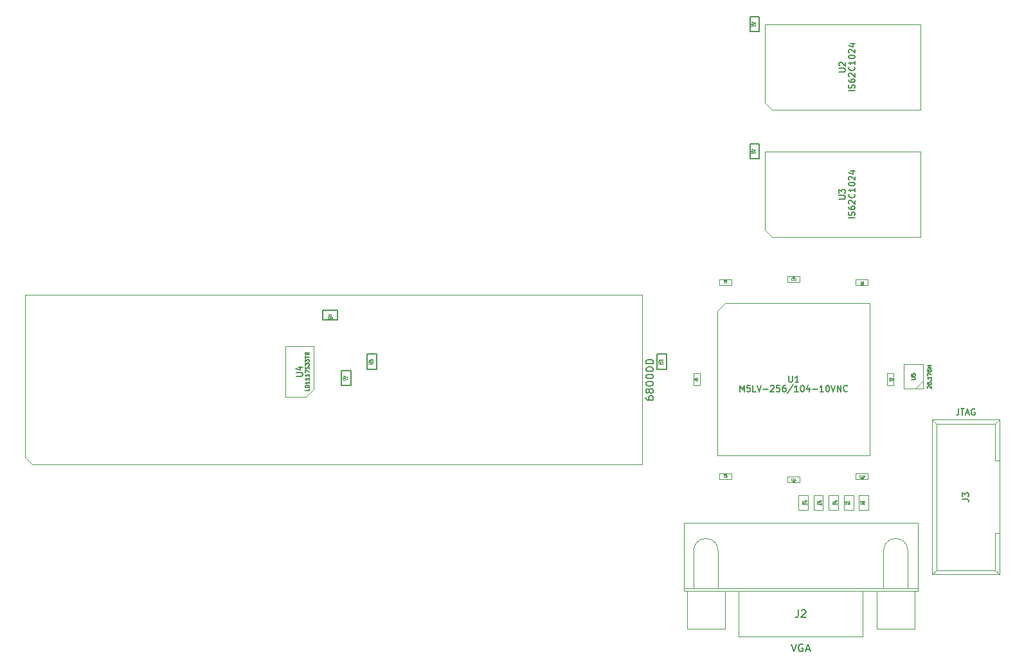
<source format=gbr>
G04 #@! TF.GenerationSoftware,KiCad,Pcbnew,(5.1.5-0-10_14)*
G04 #@! TF.CreationDate,2020-07-11T23:44:54-04:00*
G04 #@! TF.ProjectId,MacPlusVGA,4d616350-6c75-4735-9647-412e6b696361,rev?*
G04 #@! TF.SameCoordinates,Original*
G04 #@! TF.FileFunction,Other,Fab,Top*
%FSLAX46Y46*%
G04 Gerber Fmt 4.6, Leading zero omitted, Abs format (unit mm)*
G04 Created by KiCad (PCBNEW (5.1.5-0-10_14)) date 2020-07-11 23:44:54*
%MOMM*%
%LPD*%
G04 APERTURE LIST*
%ADD10C,0.100000*%
%ADD11C,0.150000*%
%ADD12C,0.203200*%
%ADD13C,0.063500*%
%ADD14C,0.031750*%
%ADD15C,0.127000*%
G04 APERTURE END LIST*
D10*
X183538500Y-80074500D02*
X182538500Y-79074500D01*
X203033500Y-80074500D02*
X183538500Y-80074500D01*
X203033500Y-68769500D02*
X203033500Y-80074500D01*
X182538500Y-68769500D02*
X203033500Y-68769500D01*
X182538500Y-79074500D02*
X182538500Y-68769500D01*
X183538500Y-96838500D02*
X182538500Y-95838500D01*
X203033500Y-96838500D02*
X183538500Y-96838500D01*
X203033500Y-85533500D02*
X203033500Y-96838500D01*
X182538500Y-85533500D02*
X203033500Y-85533500D01*
X182538500Y-95838500D02*
X182538500Y-85533500D01*
X86090000Y-126808500D02*
X85090000Y-125808500D01*
X166370000Y-126808500D02*
X86090000Y-126808500D01*
X166370000Y-104458500D02*
X166370000Y-126808500D01*
X85090000Y-104458500D02*
X166370000Y-104458500D01*
X85090000Y-125808500D02*
X85090000Y-104458500D01*
D11*
X168375000Y-114250000D02*
X168375000Y-112250000D01*
X169625000Y-114250000D02*
X168375000Y-114250000D01*
X169625000Y-112250000D02*
X169625000Y-114250000D01*
X168375000Y-112250000D02*
X169625000Y-112250000D01*
X130175000Y-114250000D02*
X130175000Y-112250000D01*
X131425000Y-114250000D02*
X130175000Y-114250000D01*
X131425000Y-112250000D02*
X131425000Y-114250000D01*
X130175000Y-112250000D02*
X131425000Y-112250000D01*
D10*
X201400000Y-143090000D02*
X201400000Y-138150000D01*
X198200000Y-143090000D02*
X198200000Y-138150000D01*
X176400000Y-143090000D02*
X176400000Y-138150000D01*
X173200000Y-143090000D02*
X173200000Y-138150000D01*
X202300000Y-143490000D02*
X197300000Y-143490000D01*
X202300000Y-148490000D02*
X202300000Y-143490000D01*
X197300000Y-148490000D02*
X202300000Y-148490000D01*
X197300000Y-143490000D02*
X197300000Y-148490000D01*
X177300000Y-143490000D02*
X172300000Y-143490000D01*
X177300000Y-148490000D02*
X177300000Y-143490000D01*
X172300000Y-148490000D02*
X177300000Y-148490000D01*
X172300000Y-143490000D02*
X172300000Y-148490000D01*
X195450000Y-143490000D02*
X179150000Y-143490000D01*
X195450000Y-149490000D02*
X195450000Y-143490000D01*
X179150000Y-149490000D02*
X195450000Y-149490000D01*
X179150000Y-143490000D02*
X179150000Y-149490000D01*
X202725000Y-143090000D02*
X171875000Y-143090000D01*
X202725000Y-143490000D02*
X202725000Y-143090000D01*
X171875000Y-143490000D02*
X202725000Y-143490000D01*
X171875000Y-143090000D02*
X171875000Y-143490000D01*
X202725000Y-134490000D02*
X171875000Y-134490000D01*
X202725000Y-143090000D02*
X202725000Y-134490000D01*
X171875000Y-143090000D02*
X202725000Y-143090000D01*
X171875000Y-134490000D02*
X171875000Y-143090000D01*
X201400000Y-138150000D02*
G75*
G03X198200000Y-138150000I-1600000J0D01*
G01*
X176400000Y-138150000D02*
G75*
G03X173200000Y-138150000I-1600000J0D01*
G01*
X212917000Y-140704000D02*
X212917000Y-135854000D01*
X213467000Y-120884000D02*
X212917000Y-121444000D01*
X205167000Y-140704000D02*
X212917000Y-140704000D01*
X204617000Y-120884000D02*
X213467000Y-120884000D01*
X204617000Y-120884000D02*
X205167000Y-121444000D01*
X213467000Y-141244000D02*
X212917000Y-140704000D01*
X205167000Y-121444000D02*
X212917000Y-121444000D01*
X204617000Y-141244000D02*
X205167000Y-140704000D01*
X204617000Y-141244000D02*
X204617000Y-120884000D01*
X212917000Y-126274000D02*
X212917000Y-121444000D01*
X212917000Y-135854000D02*
X213467000Y-135854000D01*
X212917000Y-126274000D02*
X213467000Y-126274000D01*
X204617000Y-141244000D02*
X213467000Y-141244000D01*
X213467000Y-141244000D02*
X213467000Y-120884000D01*
X205167000Y-140704000D02*
X205167000Y-121444000D01*
D11*
X180604000Y-69731500D02*
X180604000Y-67731500D01*
X181854000Y-69731500D02*
X180604000Y-69731500D01*
X181854000Y-67731500D02*
X181854000Y-69731500D01*
X180604000Y-67731500D02*
X181854000Y-67731500D01*
D10*
X196150000Y-103150000D02*
X194550000Y-103150000D01*
X196150000Y-102350000D02*
X196150000Y-103150000D01*
X194550000Y-102350000D02*
X196150000Y-102350000D01*
X194550000Y-103150000D02*
X194550000Y-102350000D01*
D11*
X180604000Y-86495500D02*
X180604000Y-84495500D01*
X181854000Y-86495500D02*
X180604000Y-86495500D01*
X181854000Y-84495500D02*
X181854000Y-86495500D01*
X180604000Y-84495500D02*
X181854000Y-84495500D01*
D10*
X176550000Y-127950000D02*
X178150000Y-127950000D01*
X176550000Y-128750000D02*
X176550000Y-127950000D01*
X178150000Y-128750000D02*
X176550000Y-128750000D01*
X178150000Y-127950000D02*
X178150000Y-128750000D01*
X176550000Y-102350000D02*
X178150000Y-102350000D01*
X176550000Y-103150000D02*
X176550000Y-102350000D01*
X178150000Y-103150000D02*
X176550000Y-103150000D01*
X178150000Y-102350000D02*
X178150000Y-103150000D01*
X173200000Y-116350000D02*
X173200000Y-114750000D01*
X174000000Y-116350000D02*
X173200000Y-116350000D01*
X174000000Y-114750000D02*
X174000000Y-116350000D01*
X173200000Y-114750000D02*
X174000000Y-114750000D01*
D11*
X126310000Y-107686000D02*
X124310000Y-107686000D01*
X126310000Y-106436000D02*
X126310000Y-107686000D01*
X124310000Y-106436000D02*
X126310000Y-106436000D01*
X124310000Y-107686000D02*
X124310000Y-106436000D01*
X126825000Y-116400000D02*
X126825000Y-114400000D01*
X128075000Y-116400000D02*
X126825000Y-116400000D01*
X128075000Y-114400000D02*
X128075000Y-116400000D01*
X126825000Y-114400000D02*
X128075000Y-114400000D01*
D10*
X199500000Y-114750000D02*
X199500000Y-116350000D01*
X198700000Y-114750000D02*
X199500000Y-114750000D01*
X198700000Y-116350000D02*
X198700000Y-114750000D01*
X199500000Y-116350000D02*
X198700000Y-116350000D01*
X196150000Y-128750000D02*
X194550000Y-128750000D01*
X196150000Y-127950000D02*
X196150000Y-128750000D01*
X194550000Y-127950000D02*
X196150000Y-127950000D01*
X194550000Y-128750000D02*
X194550000Y-127950000D01*
X187150000Y-129150000D02*
X185550000Y-129150000D01*
X187150000Y-128350000D02*
X187150000Y-129150000D01*
X185550000Y-128350000D02*
X187150000Y-128350000D01*
X185550000Y-129150000D02*
X185550000Y-128350000D01*
X185550000Y-101950000D02*
X187150000Y-101950000D01*
X185550000Y-102750000D02*
X185550000Y-101950000D01*
X187150000Y-102750000D02*
X185550000Y-102750000D01*
X187150000Y-101950000D02*
X187150000Y-102750000D01*
X176350000Y-106550000D02*
X177350000Y-105550000D01*
X176350000Y-125550000D02*
X176350000Y-106550000D01*
X196350000Y-125550000D02*
X176350000Y-125550000D01*
X196350000Y-105550000D02*
X196350000Y-125550000D01*
X177350000Y-105550000D02*
X196350000Y-105550000D01*
X192225000Y-130800000D02*
X192225000Y-132800000D01*
X190975000Y-130800000D02*
X192225000Y-130800000D01*
X190975000Y-132800000D02*
X190975000Y-130800000D01*
X192225000Y-132800000D02*
X190975000Y-132800000D01*
X190225000Y-130800000D02*
X190225000Y-132800000D01*
X188975000Y-130800000D02*
X190225000Y-130800000D01*
X188975000Y-132800000D02*
X188975000Y-130800000D01*
X190225000Y-132800000D02*
X188975000Y-132800000D01*
X188225000Y-130800000D02*
X188225000Y-132800000D01*
X186975000Y-130800000D02*
X188225000Y-130800000D01*
X186975000Y-132800000D02*
X186975000Y-130800000D01*
X188225000Y-132800000D02*
X186975000Y-132800000D01*
X192975000Y-132800000D02*
X192975000Y-130800000D01*
X194225000Y-132800000D02*
X192975000Y-132800000D01*
X194225000Y-130800000D02*
X194225000Y-132800000D01*
X192975000Y-130800000D02*
X194225000Y-130800000D01*
X194975000Y-132800000D02*
X194975000Y-130800000D01*
X196225000Y-132800000D02*
X194975000Y-132800000D01*
X196225000Y-130800000D02*
X196225000Y-132800000D01*
X194975000Y-130800000D02*
X196225000Y-130800000D01*
X202400000Y-116800000D02*
X203400000Y-115800000D01*
X200900000Y-113600000D02*
X200900000Y-116800000D01*
X203400000Y-113600000D02*
X200900000Y-113600000D01*
X203400000Y-116800000D02*
X203400000Y-113600000D01*
X200900000Y-116800000D02*
X203400000Y-116800000D01*
X123150000Y-116900000D02*
X122150000Y-117900000D01*
X123150000Y-116900000D02*
X123150000Y-111200000D01*
X122150000Y-117900000D02*
X119450000Y-117900000D01*
X123150000Y-111200000D02*
X119450000Y-111200000D01*
X119450000Y-117900000D02*
X119450000Y-111200000D01*
D12*
X192340895Y-75041276D02*
X192998876Y-75041276D01*
X193076285Y-75002571D01*
X193114990Y-74963866D01*
X193153695Y-74886457D01*
X193153695Y-74731638D01*
X193114990Y-74654228D01*
X193076285Y-74615523D01*
X192998876Y-74576819D01*
X192340895Y-74576819D01*
X192418304Y-74228476D02*
X192379600Y-74189771D01*
X192340895Y-74112361D01*
X192340895Y-73918838D01*
X192379600Y-73841428D01*
X192418304Y-73802723D01*
X192495714Y-73764019D01*
X192573123Y-73764019D01*
X192689238Y-73802723D01*
X193153695Y-74267180D01*
X193153695Y-73764019D01*
X194423695Y-77537733D02*
X193610895Y-77537733D01*
X194384990Y-77189390D02*
X194423695Y-77073276D01*
X194423695Y-76879752D01*
X194384990Y-76802342D01*
X194346285Y-76763638D01*
X194268876Y-76724933D01*
X194191466Y-76724933D01*
X194114057Y-76763638D01*
X194075352Y-76802342D01*
X194036647Y-76879752D01*
X193997942Y-77034571D01*
X193959238Y-77111980D01*
X193920533Y-77150685D01*
X193843123Y-77189390D01*
X193765714Y-77189390D01*
X193688304Y-77150685D01*
X193649600Y-77111980D01*
X193610895Y-77034571D01*
X193610895Y-76841047D01*
X193649600Y-76724933D01*
X193610895Y-76028247D02*
X193610895Y-76183066D01*
X193649600Y-76260476D01*
X193688304Y-76299180D01*
X193804419Y-76376590D01*
X193959238Y-76415295D01*
X194268876Y-76415295D01*
X194346285Y-76376590D01*
X194384990Y-76337885D01*
X194423695Y-76260476D01*
X194423695Y-76105657D01*
X194384990Y-76028247D01*
X194346285Y-75989542D01*
X194268876Y-75950838D01*
X194075352Y-75950838D01*
X193997942Y-75989542D01*
X193959238Y-76028247D01*
X193920533Y-76105657D01*
X193920533Y-76260476D01*
X193959238Y-76337885D01*
X193997942Y-76376590D01*
X194075352Y-76415295D01*
X193688304Y-75641200D02*
X193649600Y-75602495D01*
X193610895Y-75525085D01*
X193610895Y-75331561D01*
X193649600Y-75254152D01*
X193688304Y-75215447D01*
X193765714Y-75176742D01*
X193843123Y-75176742D01*
X193959238Y-75215447D01*
X194423695Y-75679904D01*
X194423695Y-75176742D01*
X194346285Y-74363942D02*
X194384990Y-74402647D01*
X194423695Y-74518761D01*
X194423695Y-74596171D01*
X194384990Y-74712285D01*
X194307580Y-74789695D01*
X194230171Y-74828400D01*
X194075352Y-74867104D01*
X193959238Y-74867104D01*
X193804419Y-74828400D01*
X193727009Y-74789695D01*
X193649600Y-74712285D01*
X193610895Y-74596171D01*
X193610895Y-74518761D01*
X193649600Y-74402647D01*
X193688304Y-74363942D01*
X194423695Y-73589847D02*
X194423695Y-74054304D01*
X194423695Y-73822076D02*
X193610895Y-73822076D01*
X193727009Y-73899485D01*
X193804419Y-73976895D01*
X193843123Y-74054304D01*
X193610895Y-73086685D02*
X193610895Y-73009276D01*
X193649600Y-72931866D01*
X193688304Y-72893161D01*
X193765714Y-72854457D01*
X193920533Y-72815752D01*
X194114057Y-72815752D01*
X194268876Y-72854457D01*
X194346285Y-72893161D01*
X194384990Y-72931866D01*
X194423695Y-73009276D01*
X194423695Y-73086685D01*
X194384990Y-73164095D01*
X194346285Y-73202800D01*
X194268876Y-73241504D01*
X194114057Y-73280209D01*
X193920533Y-73280209D01*
X193765714Y-73241504D01*
X193688304Y-73202800D01*
X193649600Y-73164095D01*
X193610895Y-73086685D01*
X193688304Y-72506114D02*
X193649600Y-72467409D01*
X193610895Y-72390000D01*
X193610895Y-72196476D01*
X193649600Y-72119066D01*
X193688304Y-72080361D01*
X193765714Y-72041657D01*
X193843123Y-72041657D01*
X193959238Y-72080361D01*
X194423695Y-72544819D01*
X194423695Y-72041657D01*
X193881828Y-71344971D02*
X194423695Y-71344971D01*
X193572190Y-71538495D02*
X194152761Y-71732019D01*
X194152761Y-71228857D01*
X192340895Y-91805276D02*
X192998876Y-91805276D01*
X193076285Y-91766571D01*
X193114990Y-91727866D01*
X193153695Y-91650457D01*
X193153695Y-91495638D01*
X193114990Y-91418228D01*
X193076285Y-91379523D01*
X192998876Y-91340819D01*
X192340895Y-91340819D01*
X192340895Y-91031180D02*
X192340895Y-90528019D01*
X192650533Y-90798952D01*
X192650533Y-90682838D01*
X192689238Y-90605428D01*
X192727942Y-90566723D01*
X192805352Y-90528019D01*
X192998876Y-90528019D01*
X193076285Y-90566723D01*
X193114990Y-90605428D01*
X193153695Y-90682838D01*
X193153695Y-90915066D01*
X193114990Y-90992476D01*
X193076285Y-91031180D01*
X194423695Y-94301733D02*
X193610895Y-94301733D01*
X194384990Y-93953390D02*
X194423695Y-93837276D01*
X194423695Y-93643752D01*
X194384990Y-93566342D01*
X194346285Y-93527638D01*
X194268876Y-93488933D01*
X194191466Y-93488933D01*
X194114057Y-93527638D01*
X194075352Y-93566342D01*
X194036647Y-93643752D01*
X193997942Y-93798571D01*
X193959238Y-93875980D01*
X193920533Y-93914685D01*
X193843123Y-93953390D01*
X193765714Y-93953390D01*
X193688304Y-93914685D01*
X193649600Y-93875980D01*
X193610895Y-93798571D01*
X193610895Y-93605047D01*
X193649600Y-93488933D01*
X193610895Y-92792247D02*
X193610895Y-92947066D01*
X193649600Y-93024476D01*
X193688304Y-93063180D01*
X193804419Y-93140590D01*
X193959238Y-93179295D01*
X194268876Y-93179295D01*
X194346285Y-93140590D01*
X194384990Y-93101885D01*
X194423695Y-93024476D01*
X194423695Y-92869657D01*
X194384990Y-92792247D01*
X194346285Y-92753542D01*
X194268876Y-92714838D01*
X194075352Y-92714838D01*
X193997942Y-92753542D01*
X193959238Y-92792247D01*
X193920533Y-92869657D01*
X193920533Y-93024476D01*
X193959238Y-93101885D01*
X193997942Y-93140590D01*
X194075352Y-93179295D01*
X193688304Y-92405200D02*
X193649600Y-92366495D01*
X193610895Y-92289085D01*
X193610895Y-92095561D01*
X193649600Y-92018152D01*
X193688304Y-91979447D01*
X193765714Y-91940742D01*
X193843123Y-91940742D01*
X193959238Y-91979447D01*
X194423695Y-92443904D01*
X194423695Y-91940742D01*
X194346285Y-91127942D02*
X194384990Y-91166647D01*
X194423695Y-91282761D01*
X194423695Y-91360171D01*
X194384990Y-91476285D01*
X194307580Y-91553695D01*
X194230171Y-91592400D01*
X194075352Y-91631104D01*
X193959238Y-91631104D01*
X193804419Y-91592400D01*
X193727009Y-91553695D01*
X193649600Y-91476285D01*
X193610895Y-91360171D01*
X193610895Y-91282761D01*
X193649600Y-91166647D01*
X193688304Y-91127942D01*
X194423695Y-90353847D02*
X194423695Y-90818304D01*
X194423695Y-90586076D02*
X193610895Y-90586076D01*
X193727009Y-90663485D01*
X193804419Y-90740895D01*
X193843123Y-90818304D01*
X193610895Y-89850685D02*
X193610895Y-89773276D01*
X193649600Y-89695866D01*
X193688304Y-89657161D01*
X193765714Y-89618457D01*
X193920533Y-89579752D01*
X194114057Y-89579752D01*
X194268876Y-89618457D01*
X194346285Y-89657161D01*
X194384990Y-89695866D01*
X194423695Y-89773276D01*
X194423695Y-89850685D01*
X194384990Y-89928095D01*
X194346285Y-89966800D01*
X194268876Y-90005504D01*
X194114057Y-90044209D01*
X193920533Y-90044209D01*
X193765714Y-90005504D01*
X193688304Y-89966800D01*
X193649600Y-89928095D01*
X193610895Y-89850685D01*
X193688304Y-89270114D02*
X193649600Y-89231409D01*
X193610895Y-89154000D01*
X193610895Y-88960476D01*
X193649600Y-88883066D01*
X193688304Y-88844361D01*
X193765714Y-88805657D01*
X193843123Y-88805657D01*
X193959238Y-88844361D01*
X194423695Y-89308819D01*
X194423695Y-88805657D01*
X193881828Y-88108971D02*
X194423695Y-88108971D01*
X193572190Y-88302495D02*
X194152761Y-88496019D01*
X194152761Y-87992857D01*
D11*
X166882380Y-117847785D02*
X166882380Y-118038261D01*
X166930000Y-118133500D01*
X166977619Y-118181119D01*
X167120476Y-118276357D01*
X167310952Y-118323976D01*
X167691904Y-118323976D01*
X167787142Y-118276357D01*
X167834761Y-118228738D01*
X167882380Y-118133500D01*
X167882380Y-117943023D01*
X167834761Y-117847785D01*
X167787142Y-117800166D01*
X167691904Y-117752547D01*
X167453809Y-117752547D01*
X167358571Y-117800166D01*
X167310952Y-117847785D01*
X167263333Y-117943023D01*
X167263333Y-118133500D01*
X167310952Y-118228738D01*
X167358571Y-118276357D01*
X167453809Y-118323976D01*
X167310952Y-117181119D02*
X167263333Y-117276357D01*
X167215714Y-117323976D01*
X167120476Y-117371595D01*
X167072857Y-117371595D01*
X166977619Y-117323976D01*
X166930000Y-117276357D01*
X166882380Y-117181119D01*
X166882380Y-116990642D01*
X166930000Y-116895404D01*
X166977619Y-116847785D01*
X167072857Y-116800166D01*
X167120476Y-116800166D01*
X167215714Y-116847785D01*
X167263333Y-116895404D01*
X167310952Y-116990642D01*
X167310952Y-117181119D01*
X167358571Y-117276357D01*
X167406190Y-117323976D01*
X167501428Y-117371595D01*
X167691904Y-117371595D01*
X167787142Y-117323976D01*
X167834761Y-117276357D01*
X167882380Y-117181119D01*
X167882380Y-116990642D01*
X167834761Y-116895404D01*
X167787142Y-116847785D01*
X167691904Y-116800166D01*
X167501428Y-116800166D01*
X167406190Y-116847785D01*
X167358571Y-116895404D01*
X167310952Y-116990642D01*
X166882380Y-116181119D02*
X166882380Y-116085880D01*
X166930000Y-115990642D01*
X166977619Y-115943023D01*
X167072857Y-115895404D01*
X167263333Y-115847785D01*
X167501428Y-115847785D01*
X167691904Y-115895404D01*
X167787142Y-115943023D01*
X167834761Y-115990642D01*
X167882380Y-116085880D01*
X167882380Y-116181119D01*
X167834761Y-116276357D01*
X167787142Y-116323976D01*
X167691904Y-116371595D01*
X167501428Y-116419214D01*
X167263333Y-116419214D01*
X167072857Y-116371595D01*
X166977619Y-116323976D01*
X166930000Y-116276357D01*
X166882380Y-116181119D01*
X166882380Y-115228738D02*
X166882380Y-115133500D01*
X166930000Y-115038261D01*
X166977619Y-114990642D01*
X167072857Y-114943023D01*
X167263333Y-114895404D01*
X167501428Y-114895404D01*
X167691904Y-114943023D01*
X167787142Y-114990642D01*
X167834761Y-115038261D01*
X167882380Y-115133500D01*
X167882380Y-115228738D01*
X167834761Y-115323976D01*
X167787142Y-115371595D01*
X167691904Y-115419214D01*
X167501428Y-115466833D01*
X167263333Y-115466833D01*
X167072857Y-115419214D01*
X166977619Y-115371595D01*
X166930000Y-115323976D01*
X166882380Y-115228738D01*
X166882380Y-114276357D02*
X166882380Y-114181119D01*
X166930000Y-114085880D01*
X166977619Y-114038261D01*
X167072857Y-113990642D01*
X167263333Y-113943023D01*
X167501428Y-113943023D01*
X167691904Y-113990642D01*
X167787142Y-114038261D01*
X167834761Y-114085880D01*
X167882380Y-114181119D01*
X167882380Y-114276357D01*
X167834761Y-114371595D01*
X167787142Y-114419214D01*
X167691904Y-114466833D01*
X167501428Y-114514452D01*
X167263333Y-114514452D01*
X167072857Y-114466833D01*
X166977619Y-114419214D01*
X166930000Y-114371595D01*
X166882380Y-114276357D01*
X167882380Y-113514452D02*
X166882380Y-113514452D01*
X166882380Y-113276357D01*
X166930000Y-113133500D01*
X167025238Y-113038261D01*
X167120476Y-112990642D01*
X167310952Y-112943023D01*
X167453809Y-112943023D01*
X167644285Y-112990642D01*
X167739523Y-113038261D01*
X167834761Y-113133500D01*
X167882380Y-113276357D01*
X167882380Y-113514452D01*
D13*
X169090714Y-113413285D02*
X169102809Y-113425380D01*
X169114904Y-113461666D01*
X169114904Y-113485857D01*
X169102809Y-113522142D01*
X169078619Y-113546333D01*
X169054428Y-113558428D01*
X169006047Y-113570523D01*
X168969761Y-113570523D01*
X168921380Y-113558428D01*
X168897190Y-113546333D01*
X168873000Y-113522142D01*
X168860904Y-113485857D01*
X168860904Y-113461666D01*
X168873000Y-113425380D01*
X168885095Y-113413285D01*
X169114904Y-113171380D02*
X169114904Y-113316523D01*
X169114904Y-113243952D02*
X168860904Y-113243952D01*
X168897190Y-113268142D01*
X168921380Y-113292333D01*
X168933476Y-113316523D01*
X168945571Y-112953666D02*
X169114904Y-112953666D01*
X168848809Y-113014142D02*
X169030238Y-113074619D01*
X169030238Y-112917380D01*
X168764904Y-113413285D02*
X168764904Y-113558428D01*
X168764904Y-113485857D02*
X168510904Y-113485857D01*
X168547190Y-113510047D01*
X168571380Y-113534238D01*
X168583476Y-113558428D01*
X168510904Y-113256047D02*
X168510904Y-113231857D01*
X168523000Y-113207666D01*
X168535095Y-113195571D01*
X168559285Y-113183476D01*
X168607666Y-113171380D01*
X168668142Y-113171380D01*
X168716523Y-113183476D01*
X168740714Y-113195571D01*
X168752809Y-113207666D01*
X168764904Y-113231857D01*
X168764904Y-113256047D01*
X168752809Y-113280238D01*
X168740714Y-113292333D01*
X168716523Y-113304428D01*
X168668142Y-113316523D01*
X168607666Y-113316523D01*
X168559285Y-113304428D01*
X168535095Y-113292333D01*
X168523000Y-113280238D01*
X168510904Y-113256047D01*
X168595571Y-112953666D02*
X168764904Y-112953666D01*
X168595571Y-113062523D02*
X168728619Y-113062523D01*
X168752809Y-113050428D01*
X168764904Y-113026238D01*
X168764904Y-112989952D01*
X168752809Y-112965761D01*
X168740714Y-112953666D01*
X130890714Y-113413285D02*
X130902809Y-113425380D01*
X130914904Y-113461666D01*
X130914904Y-113485857D01*
X130902809Y-113522142D01*
X130878619Y-113546333D01*
X130854428Y-113558428D01*
X130806047Y-113570523D01*
X130769761Y-113570523D01*
X130721380Y-113558428D01*
X130697190Y-113546333D01*
X130673000Y-113522142D01*
X130660904Y-113485857D01*
X130660904Y-113461666D01*
X130673000Y-113425380D01*
X130685095Y-113413285D01*
X130914904Y-113171380D02*
X130914904Y-113316523D01*
X130914904Y-113243952D02*
X130660904Y-113243952D01*
X130697190Y-113268142D01*
X130721380Y-113292333D01*
X130733476Y-113316523D01*
X130660904Y-113086714D02*
X130660904Y-112929476D01*
X130757666Y-113014142D01*
X130757666Y-112977857D01*
X130769761Y-112953666D01*
X130781857Y-112941571D01*
X130806047Y-112929476D01*
X130866523Y-112929476D01*
X130890714Y-112941571D01*
X130902809Y-112953666D01*
X130914904Y-112977857D01*
X130914904Y-113050428D01*
X130902809Y-113074619D01*
X130890714Y-113086714D01*
X130564904Y-113413285D02*
X130564904Y-113558428D01*
X130564904Y-113485857D02*
X130310904Y-113485857D01*
X130347190Y-113510047D01*
X130371380Y-113534238D01*
X130383476Y-113558428D01*
X130310904Y-113256047D02*
X130310904Y-113231857D01*
X130323000Y-113207666D01*
X130335095Y-113195571D01*
X130359285Y-113183476D01*
X130407666Y-113171380D01*
X130468142Y-113171380D01*
X130516523Y-113183476D01*
X130540714Y-113195571D01*
X130552809Y-113207666D01*
X130564904Y-113231857D01*
X130564904Y-113256047D01*
X130552809Y-113280238D01*
X130540714Y-113292333D01*
X130516523Y-113304428D01*
X130468142Y-113316523D01*
X130407666Y-113316523D01*
X130359285Y-113304428D01*
X130335095Y-113292333D01*
X130323000Y-113280238D01*
X130310904Y-113256047D01*
X130395571Y-112953666D02*
X130564904Y-112953666D01*
X130395571Y-113062523D02*
X130528619Y-113062523D01*
X130552809Y-113050428D01*
X130564904Y-113026238D01*
X130564904Y-112989952D01*
X130552809Y-112965761D01*
X130540714Y-112953666D01*
D11*
X186038095Y-150442380D02*
X186371428Y-151442380D01*
X186704761Y-150442380D01*
X187561904Y-150490000D02*
X187466666Y-150442380D01*
X187323809Y-150442380D01*
X187180952Y-150490000D01*
X187085714Y-150585238D01*
X187038095Y-150680476D01*
X186990476Y-150870952D01*
X186990476Y-151013809D01*
X187038095Y-151204285D01*
X187085714Y-151299523D01*
X187180952Y-151394761D01*
X187323809Y-151442380D01*
X187419047Y-151442380D01*
X187561904Y-151394761D01*
X187609523Y-151347142D01*
X187609523Y-151013809D01*
X187419047Y-151013809D01*
X187990476Y-151156666D02*
X188466666Y-151156666D01*
X187895238Y-151442380D02*
X188228571Y-150442380D01*
X188561904Y-151442380D01*
X186966666Y-145942380D02*
X186966666Y-146656666D01*
X186919047Y-146799523D01*
X186823809Y-146894761D01*
X186680952Y-146942380D01*
X186585714Y-146942380D01*
X187395238Y-146037619D02*
X187442857Y-145990000D01*
X187538095Y-145942380D01*
X187776190Y-145942380D01*
X187871428Y-145990000D01*
X187919047Y-146037619D01*
X187966666Y-146132857D01*
X187966666Y-146228095D01*
X187919047Y-146370952D01*
X187347619Y-146942380D01*
X187966666Y-146942380D01*
D12*
X208596895Y-131334933D02*
X209177466Y-131334933D01*
X209293580Y-131373638D01*
X209370990Y-131451047D01*
X209409695Y-131567161D01*
X209409695Y-131644571D01*
X208596895Y-131025295D02*
X208596895Y-130522133D01*
X208906533Y-130793066D01*
X208906533Y-130676952D01*
X208945238Y-130599542D01*
X208983942Y-130560838D01*
X209061352Y-130522133D01*
X209254876Y-130522133D01*
X209332285Y-130560838D01*
X209370990Y-130599542D01*
X209409695Y-130676952D01*
X209409695Y-130909180D01*
X209370990Y-130986590D01*
X209332285Y-131025295D01*
X208093733Y-119442895D02*
X208093733Y-120023466D01*
X208055028Y-120139580D01*
X207977619Y-120216990D01*
X207861504Y-120255695D01*
X207784095Y-120255695D01*
X208364666Y-119442895D02*
X208829123Y-119442895D01*
X208596895Y-120255695D02*
X208596895Y-119442895D01*
X209061352Y-120023466D02*
X209448400Y-120023466D01*
X208983942Y-120255695D02*
X209254876Y-119442895D01*
X209525809Y-120255695D01*
X210222495Y-119481600D02*
X210145085Y-119442895D01*
X210028971Y-119442895D01*
X209912857Y-119481600D01*
X209835447Y-119559009D01*
X209796742Y-119636419D01*
X209758038Y-119791238D01*
X209758038Y-119907352D01*
X209796742Y-120062171D01*
X209835447Y-120139580D01*
X209912857Y-120216990D01*
X210028971Y-120255695D01*
X210106380Y-120255695D01*
X210222495Y-120216990D01*
X210261200Y-120178285D01*
X210261200Y-119907352D01*
X210106380Y-119907352D01*
D13*
X181319714Y-68773833D02*
X181331809Y-68785928D01*
X181343904Y-68822214D01*
X181343904Y-68846404D01*
X181331809Y-68882690D01*
X181307619Y-68906880D01*
X181283428Y-68918976D01*
X181235047Y-68931071D01*
X181198761Y-68931071D01*
X181150380Y-68918976D01*
X181126190Y-68906880D01*
X181102000Y-68882690D01*
X181089904Y-68846404D01*
X181089904Y-68822214D01*
X181102000Y-68785928D01*
X181114095Y-68773833D01*
X181089904Y-68689166D02*
X181089904Y-68531928D01*
X181186666Y-68616595D01*
X181186666Y-68580309D01*
X181198761Y-68556119D01*
X181210857Y-68544023D01*
X181235047Y-68531928D01*
X181295523Y-68531928D01*
X181319714Y-68544023D01*
X181331809Y-68556119D01*
X181343904Y-68580309D01*
X181343904Y-68652880D01*
X181331809Y-68677071D01*
X181319714Y-68689166D01*
X180993904Y-68894785D02*
X180993904Y-69039928D01*
X180993904Y-68967357D02*
X180739904Y-68967357D01*
X180776190Y-68991547D01*
X180800380Y-69015738D01*
X180812476Y-69039928D01*
X180739904Y-68737547D02*
X180739904Y-68713357D01*
X180752000Y-68689166D01*
X180764095Y-68677071D01*
X180788285Y-68664976D01*
X180836666Y-68652880D01*
X180897142Y-68652880D01*
X180945523Y-68664976D01*
X180969714Y-68677071D01*
X180981809Y-68689166D01*
X180993904Y-68713357D01*
X180993904Y-68737547D01*
X180981809Y-68761738D01*
X180969714Y-68773833D01*
X180945523Y-68785928D01*
X180897142Y-68798023D01*
X180836666Y-68798023D01*
X180788285Y-68785928D01*
X180764095Y-68773833D01*
X180752000Y-68761738D01*
X180739904Y-68737547D01*
X180824571Y-68435166D02*
X180993904Y-68435166D01*
X180824571Y-68544023D02*
X180957619Y-68544023D01*
X180981809Y-68531928D01*
X180993904Y-68507738D01*
X180993904Y-68471452D01*
X180981809Y-68447261D01*
X180969714Y-68435166D01*
X195307666Y-102840714D02*
X195295571Y-102852809D01*
X195259285Y-102864904D01*
X195235095Y-102864904D01*
X195198809Y-102852809D01*
X195174619Y-102828619D01*
X195162523Y-102804428D01*
X195150428Y-102756047D01*
X195150428Y-102719761D01*
X195162523Y-102671380D01*
X195174619Y-102647190D01*
X195198809Y-102623000D01*
X195235095Y-102610904D01*
X195259285Y-102610904D01*
X195295571Y-102623000D01*
X195307666Y-102635095D01*
X195525380Y-102610904D02*
X195477000Y-102610904D01*
X195452809Y-102623000D01*
X195440714Y-102635095D01*
X195416523Y-102671380D01*
X195404428Y-102719761D01*
X195404428Y-102816523D01*
X195416523Y-102840714D01*
X195428619Y-102852809D01*
X195452809Y-102864904D01*
X195501190Y-102864904D01*
X195525380Y-102852809D01*
X195537476Y-102840714D01*
X195549571Y-102816523D01*
X195549571Y-102756047D01*
X195537476Y-102731857D01*
X195525380Y-102719761D01*
X195501190Y-102707666D01*
X195452809Y-102707666D01*
X195428619Y-102719761D01*
X195416523Y-102731857D01*
X195404428Y-102756047D01*
D14*
X195195785Y-102942547D02*
X195201833Y-102936500D01*
X195213928Y-102930452D01*
X195244166Y-102930452D01*
X195256261Y-102936500D01*
X195262309Y-102942547D01*
X195268357Y-102954642D01*
X195268357Y-102966738D01*
X195262309Y-102984880D01*
X195189738Y-103057452D01*
X195268357Y-103057452D01*
X195377214Y-102972785D02*
X195377214Y-103057452D01*
X195322785Y-102972785D02*
X195322785Y-103039309D01*
X195328833Y-103051404D01*
X195340928Y-103057452D01*
X195359071Y-103057452D01*
X195371166Y-103051404D01*
X195377214Y-103045357D01*
X195431642Y-102942547D02*
X195437690Y-102936500D01*
X195449785Y-102930452D01*
X195480023Y-102930452D01*
X195492119Y-102936500D01*
X195498166Y-102942547D01*
X195504214Y-102954642D01*
X195504214Y-102966738D01*
X195498166Y-102984880D01*
X195425595Y-103057452D01*
X195504214Y-103057452D01*
D13*
X181319714Y-85537833D02*
X181331809Y-85549928D01*
X181343904Y-85586214D01*
X181343904Y-85610404D01*
X181331809Y-85646690D01*
X181307619Y-85670880D01*
X181283428Y-85682976D01*
X181235047Y-85695071D01*
X181198761Y-85695071D01*
X181150380Y-85682976D01*
X181126190Y-85670880D01*
X181102000Y-85646690D01*
X181089904Y-85610404D01*
X181089904Y-85586214D01*
X181102000Y-85549928D01*
X181114095Y-85537833D01*
X181174571Y-85320119D02*
X181343904Y-85320119D01*
X181077809Y-85380595D02*
X181259238Y-85441071D01*
X181259238Y-85283833D01*
X180993904Y-85658785D02*
X180993904Y-85803928D01*
X180993904Y-85731357D02*
X180739904Y-85731357D01*
X180776190Y-85755547D01*
X180800380Y-85779738D01*
X180812476Y-85803928D01*
X180739904Y-85501547D02*
X180739904Y-85477357D01*
X180752000Y-85453166D01*
X180764095Y-85441071D01*
X180788285Y-85428976D01*
X180836666Y-85416880D01*
X180897142Y-85416880D01*
X180945523Y-85428976D01*
X180969714Y-85441071D01*
X180981809Y-85453166D01*
X180993904Y-85477357D01*
X180993904Y-85501547D01*
X180981809Y-85525738D01*
X180969714Y-85537833D01*
X180945523Y-85549928D01*
X180897142Y-85562023D01*
X180836666Y-85562023D01*
X180788285Y-85549928D01*
X180764095Y-85537833D01*
X180752000Y-85525738D01*
X180739904Y-85501547D01*
X180824571Y-85199166D02*
X180993904Y-85199166D01*
X180824571Y-85308023D02*
X180957619Y-85308023D01*
X180981809Y-85295928D01*
X180993904Y-85271738D01*
X180993904Y-85235452D01*
X180981809Y-85211261D01*
X180969714Y-85199166D01*
X177307666Y-128440714D02*
X177295571Y-128452809D01*
X177259285Y-128464904D01*
X177235095Y-128464904D01*
X177198809Y-128452809D01*
X177174619Y-128428619D01*
X177162523Y-128404428D01*
X177150428Y-128356047D01*
X177150428Y-128319761D01*
X177162523Y-128271380D01*
X177174619Y-128247190D01*
X177198809Y-128223000D01*
X177235095Y-128210904D01*
X177259285Y-128210904D01*
X177295571Y-128223000D01*
X177307666Y-128235095D01*
X177452809Y-128319761D02*
X177428619Y-128307666D01*
X177416523Y-128295571D01*
X177404428Y-128271380D01*
X177404428Y-128259285D01*
X177416523Y-128235095D01*
X177428619Y-128223000D01*
X177452809Y-128210904D01*
X177501190Y-128210904D01*
X177525380Y-128223000D01*
X177537476Y-128235095D01*
X177549571Y-128259285D01*
X177549571Y-128271380D01*
X177537476Y-128295571D01*
X177525380Y-128307666D01*
X177501190Y-128319761D01*
X177452809Y-128319761D01*
X177428619Y-128331857D01*
X177416523Y-128343952D01*
X177404428Y-128368142D01*
X177404428Y-128416523D01*
X177416523Y-128440714D01*
X177428619Y-128452809D01*
X177452809Y-128464904D01*
X177501190Y-128464904D01*
X177525380Y-128452809D01*
X177537476Y-128440714D01*
X177549571Y-128416523D01*
X177549571Y-128368142D01*
X177537476Y-128343952D01*
X177525380Y-128331857D01*
X177501190Y-128319761D01*
D14*
X177195785Y-128042547D02*
X177201833Y-128036500D01*
X177213928Y-128030452D01*
X177244166Y-128030452D01*
X177256261Y-128036500D01*
X177262309Y-128042547D01*
X177268357Y-128054642D01*
X177268357Y-128066738D01*
X177262309Y-128084880D01*
X177189738Y-128157452D01*
X177268357Y-128157452D01*
X177377214Y-128072785D02*
X177377214Y-128157452D01*
X177322785Y-128072785D02*
X177322785Y-128139309D01*
X177328833Y-128151404D01*
X177340928Y-128157452D01*
X177359071Y-128157452D01*
X177371166Y-128151404D01*
X177377214Y-128145357D01*
X177431642Y-128042547D02*
X177437690Y-128036500D01*
X177449785Y-128030452D01*
X177480023Y-128030452D01*
X177492119Y-128036500D01*
X177498166Y-128042547D01*
X177504214Y-128054642D01*
X177504214Y-128066738D01*
X177498166Y-128084880D01*
X177425595Y-128157452D01*
X177504214Y-128157452D01*
D13*
X177307666Y-102840714D02*
X177295571Y-102852809D01*
X177259285Y-102864904D01*
X177235095Y-102864904D01*
X177198809Y-102852809D01*
X177174619Y-102828619D01*
X177162523Y-102804428D01*
X177150428Y-102756047D01*
X177150428Y-102719761D01*
X177162523Y-102671380D01*
X177174619Y-102647190D01*
X177198809Y-102623000D01*
X177235095Y-102610904D01*
X177259285Y-102610904D01*
X177295571Y-102623000D01*
X177307666Y-102635095D01*
X177392333Y-102610904D02*
X177561666Y-102610904D01*
X177452809Y-102864904D01*
D14*
X177195785Y-102442547D02*
X177201833Y-102436500D01*
X177213928Y-102430452D01*
X177244166Y-102430452D01*
X177256261Y-102436500D01*
X177262309Y-102442547D01*
X177268357Y-102454642D01*
X177268357Y-102466738D01*
X177262309Y-102484880D01*
X177189738Y-102557452D01*
X177268357Y-102557452D01*
X177377214Y-102472785D02*
X177377214Y-102557452D01*
X177322785Y-102472785D02*
X177322785Y-102539309D01*
X177328833Y-102551404D01*
X177340928Y-102557452D01*
X177359071Y-102557452D01*
X177371166Y-102551404D01*
X177377214Y-102545357D01*
X177431642Y-102442547D02*
X177437690Y-102436500D01*
X177449785Y-102430452D01*
X177480023Y-102430452D01*
X177492119Y-102436500D01*
X177498166Y-102442547D01*
X177504214Y-102454642D01*
X177504214Y-102466738D01*
X177498166Y-102484880D01*
X177425595Y-102557452D01*
X177504214Y-102557452D01*
D13*
X173690714Y-115592333D02*
X173702809Y-115604428D01*
X173714904Y-115640714D01*
X173714904Y-115664904D01*
X173702809Y-115701190D01*
X173678619Y-115725380D01*
X173654428Y-115737476D01*
X173606047Y-115749571D01*
X173569761Y-115749571D01*
X173521380Y-115737476D01*
X173497190Y-115725380D01*
X173473000Y-115701190D01*
X173460904Y-115664904D01*
X173460904Y-115640714D01*
X173473000Y-115604428D01*
X173485095Y-115592333D01*
X173460904Y-115362523D02*
X173460904Y-115483476D01*
X173581857Y-115495571D01*
X173569761Y-115483476D01*
X173557666Y-115459285D01*
X173557666Y-115398809D01*
X173569761Y-115374619D01*
X173581857Y-115362523D01*
X173606047Y-115350428D01*
X173666523Y-115350428D01*
X173690714Y-115362523D01*
X173702809Y-115374619D01*
X173714904Y-115398809D01*
X173714904Y-115459285D01*
X173702809Y-115483476D01*
X173690714Y-115495571D01*
D14*
X173292547Y-115704214D02*
X173286500Y-115698166D01*
X173280452Y-115686071D01*
X173280452Y-115655833D01*
X173286500Y-115643738D01*
X173292547Y-115637690D01*
X173304642Y-115631642D01*
X173316738Y-115631642D01*
X173334880Y-115637690D01*
X173407452Y-115710261D01*
X173407452Y-115631642D01*
X173322785Y-115522785D02*
X173407452Y-115522785D01*
X173322785Y-115577214D02*
X173389309Y-115577214D01*
X173401404Y-115571166D01*
X173407452Y-115559071D01*
X173407452Y-115540928D01*
X173401404Y-115528833D01*
X173395357Y-115522785D01*
X173292547Y-115468357D02*
X173286500Y-115462309D01*
X173280452Y-115450214D01*
X173280452Y-115419976D01*
X173286500Y-115407880D01*
X173292547Y-115401833D01*
X173304642Y-115395785D01*
X173316738Y-115395785D01*
X173334880Y-115401833D01*
X173407452Y-115474404D01*
X173407452Y-115395785D01*
D13*
X125267666Y-107151714D02*
X125255571Y-107163809D01*
X125219285Y-107175904D01*
X125195095Y-107175904D01*
X125158809Y-107163809D01*
X125134619Y-107139619D01*
X125122523Y-107115428D01*
X125110428Y-107067047D01*
X125110428Y-107030761D01*
X125122523Y-106982380D01*
X125134619Y-106958190D01*
X125158809Y-106934000D01*
X125195095Y-106921904D01*
X125219285Y-106921904D01*
X125255571Y-106934000D01*
X125267666Y-106946095D01*
X125509571Y-107175904D02*
X125364428Y-107175904D01*
X125437000Y-107175904D02*
X125437000Y-106921904D01*
X125412809Y-106958190D01*
X125388619Y-106982380D01*
X125364428Y-106994476D01*
X125146714Y-107525904D02*
X125001571Y-107525904D01*
X125074142Y-107525904D02*
X125074142Y-107271904D01*
X125049952Y-107308190D01*
X125025761Y-107332380D01*
X125001571Y-107344476D01*
X125303952Y-107271904D02*
X125328142Y-107271904D01*
X125352333Y-107284000D01*
X125364428Y-107296095D01*
X125376523Y-107320285D01*
X125388619Y-107368666D01*
X125388619Y-107429142D01*
X125376523Y-107477523D01*
X125364428Y-107501714D01*
X125352333Y-107513809D01*
X125328142Y-107525904D01*
X125303952Y-107525904D01*
X125279761Y-107513809D01*
X125267666Y-107501714D01*
X125255571Y-107477523D01*
X125243476Y-107429142D01*
X125243476Y-107368666D01*
X125255571Y-107320285D01*
X125267666Y-107296095D01*
X125279761Y-107284000D01*
X125303952Y-107271904D01*
X125606333Y-107356571D02*
X125606333Y-107525904D01*
X125497476Y-107356571D02*
X125497476Y-107489619D01*
X125509571Y-107513809D01*
X125533761Y-107525904D01*
X125570047Y-107525904D01*
X125594238Y-107513809D01*
X125606333Y-107501714D01*
X127540714Y-115442333D02*
X127552809Y-115454428D01*
X127564904Y-115490714D01*
X127564904Y-115514904D01*
X127552809Y-115551190D01*
X127528619Y-115575380D01*
X127504428Y-115587476D01*
X127456047Y-115599571D01*
X127419761Y-115599571D01*
X127371380Y-115587476D01*
X127347190Y-115575380D01*
X127323000Y-115551190D01*
X127310904Y-115514904D01*
X127310904Y-115490714D01*
X127323000Y-115454428D01*
X127335095Y-115442333D01*
X127335095Y-115345571D02*
X127323000Y-115333476D01*
X127310904Y-115309285D01*
X127310904Y-115248809D01*
X127323000Y-115224619D01*
X127335095Y-115212523D01*
X127359285Y-115200428D01*
X127383476Y-115200428D01*
X127419761Y-115212523D01*
X127564904Y-115357666D01*
X127564904Y-115200428D01*
X127214904Y-115563285D02*
X127214904Y-115708428D01*
X127214904Y-115635857D02*
X126960904Y-115635857D01*
X126997190Y-115660047D01*
X127021380Y-115684238D01*
X127033476Y-115708428D01*
X126960904Y-115406047D02*
X126960904Y-115381857D01*
X126973000Y-115357666D01*
X126985095Y-115345571D01*
X127009285Y-115333476D01*
X127057666Y-115321380D01*
X127118142Y-115321380D01*
X127166523Y-115333476D01*
X127190714Y-115345571D01*
X127202809Y-115357666D01*
X127214904Y-115381857D01*
X127214904Y-115406047D01*
X127202809Y-115430238D01*
X127190714Y-115442333D01*
X127166523Y-115454428D01*
X127118142Y-115466523D01*
X127057666Y-115466523D01*
X127009285Y-115454428D01*
X126985095Y-115442333D01*
X126973000Y-115430238D01*
X126960904Y-115406047D01*
X127045571Y-115103666D02*
X127214904Y-115103666D01*
X127045571Y-115212523D02*
X127178619Y-115212523D01*
X127202809Y-115200428D01*
X127214904Y-115176238D01*
X127214904Y-115139952D01*
X127202809Y-115115761D01*
X127190714Y-115103666D01*
X199190714Y-115592333D02*
X199202809Y-115604428D01*
X199214904Y-115640714D01*
X199214904Y-115664904D01*
X199202809Y-115701190D01*
X199178619Y-115725380D01*
X199154428Y-115737476D01*
X199106047Y-115749571D01*
X199069761Y-115749571D01*
X199021380Y-115737476D01*
X198997190Y-115725380D01*
X198973000Y-115701190D01*
X198960904Y-115664904D01*
X198960904Y-115640714D01*
X198973000Y-115604428D01*
X198985095Y-115592333D01*
X199214904Y-115471380D02*
X199214904Y-115423000D01*
X199202809Y-115398809D01*
X199190714Y-115386714D01*
X199154428Y-115362523D01*
X199106047Y-115350428D01*
X199009285Y-115350428D01*
X198985095Y-115362523D01*
X198973000Y-115374619D01*
X198960904Y-115398809D01*
X198960904Y-115447190D01*
X198973000Y-115471380D01*
X198985095Y-115483476D01*
X199009285Y-115495571D01*
X199069761Y-115495571D01*
X199093952Y-115483476D01*
X199106047Y-115471380D01*
X199118142Y-115447190D01*
X199118142Y-115398809D01*
X199106047Y-115374619D01*
X199093952Y-115362523D01*
X199069761Y-115350428D01*
D14*
X199292547Y-115704214D02*
X199286500Y-115698166D01*
X199280452Y-115686071D01*
X199280452Y-115655833D01*
X199286500Y-115643738D01*
X199292547Y-115637690D01*
X199304642Y-115631642D01*
X199316738Y-115631642D01*
X199334880Y-115637690D01*
X199407452Y-115710261D01*
X199407452Y-115631642D01*
X199322785Y-115522785D02*
X199407452Y-115522785D01*
X199322785Y-115577214D02*
X199389309Y-115577214D01*
X199401404Y-115571166D01*
X199407452Y-115559071D01*
X199407452Y-115540928D01*
X199401404Y-115528833D01*
X199395357Y-115522785D01*
X199292547Y-115468357D02*
X199286500Y-115462309D01*
X199280452Y-115450214D01*
X199280452Y-115419976D01*
X199286500Y-115407880D01*
X199292547Y-115401833D01*
X199304642Y-115395785D01*
X199316738Y-115395785D01*
X199334880Y-115401833D01*
X199407452Y-115474404D01*
X199407452Y-115395785D01*
D13*
X195186714Y-128440714D02*
X195174619Y-128452809D01*
X195138333Y-128464904D01*
X195114142Y-128464904D01*
X195077857Y-128452809D01*
X195053666Y-128428619D01*
X195041571Y-128404428D01*
X195029476Y-128356047D01*
X195029476Y-128319761D01*
X195041571Y-128271380D01*
X195053666Y-128247190D01*
X195077857Y-128223000D01*
X195114142Y-128210904D01*
X195138333Y-128210904D01*
X195174619Y-128223000D01*
X195186714Y-128235095D01*
X195428619Y-128464904D02*
X195283476Y-128464904D01*
X195356047Y-128464904D02*
X195356047Y-128210904D01*
X195331857Y-128247190D01*
X195307666Y-128271380D01*
X195283476Y-128283476D01*
X195585857Y-128210904D02*
X195610047Y-128210904D01*
X195634238Y-128223000D01*
X195646333Y-128235095D01*
X195658428Y-128259285D01*
X195670523Y-128307666D01*
X195670523Y-128368142D01*
X195658428Y-128416523D01*
X195646333Y-128440714D01*
X195634238Y-128452809D01*
X195610047Y-128464904D01*
X195585857Y-128464904D01*
X195561666Y-128452809D01*
X195549571Y-128440714D01*
X195537476Y-128416523D01*
X195525380Y-128368142D01*
X195525380Y-128307666D01*
X195537476Y-128259285D01*
X195549571Y-128235095D01*
X195561666Y-128223000D01*
X195585857Y-128210904D01*
D14*
X195195785Y-128542547D02*
X195201833Y-128536500D01*
X195213928Y-128530452D01*
X195244166Y-128530452D01*
X195256261Y-128536500D01*
X195262309Y-128542547D01*
X195268357Y-128554642D01*
X195268357Y-128566738D01*
X195262309Y-128584880D01*
X195189738Y-128657452D01*
X195268357Y-128657452D01*
X195377214Y-128572785D02*
X195377214Y-128657452D01*
X195322785Y-128572785D02*
X195322785Y-128639309D01*
X195328833Y-128651404D01*
X195340928Y-128657452D01*
X195359071Y-128657452D01*
X195371166Y-128651404D01*
X195377214Y-128645357D01*
X195431642Y-128542547D02*
X195437690Y-128536500D01*
X195449785Y-128530452D01*
X195480023Y-128530452D01*
X195492119Y-128536500D01*
X195498166Y-128542547D01*
X195504214Y-128554642D01*
X195504214Y-128566738D01*
X195498166Y-128584880D01*
X195425595Y-128657452D01*
X195504214Y-128657452D01*
D13*
X186186714Y-128840714D02*
X186174619Y-128852809D01*
X186138333Y-128864904D01*
X186114142Y-128864904D01*
X186077857Y-128852809D01*
X186053666Y-128828619D01*
X186041571Y-128804428D01*
X186029476Y-128756047D01*
X186029476Y-128719761D01*
X186041571Y-128671380D01*
X186053666Y-128647190D01*
X186077857Y-128623000D01*
X186114142Y-128610904D01*
X186138333Y-128610904D01*
X186174619Y-128623000D01*
X186186714Y-128635095D01*
X186428619Y-128864904D02*
X186283476Y-128864904D01*
X186356047Y-128864904D02*
X186356047Y-128610904D01*
X186331857Y-128647190D01*
X186307666Y-128671380D01*
X186283476Y-128683476D01*
X186670523Y-128864904D02*
X186525380Y-128864904D01*
X186597952Y-128864904D02*
X186597952Y-128610904D01*
X186573761Y-128647190D01*
X186549571Y-128671380D01*
X186525380Y-128683476D01*
D14*
X186195785Y-128942547D02*
X186201833Y-128936500D01*
X186213928Y-128930452D01*
X186244166Y-128930452D01*
X186256261Y-128936500D01*
X186262309Y-128942547D01*
X186268357Y-128954642D01*
X186268357Y-128966738D01*
X186262309Y-128984880D01*
X186189738Y-129057452D01*
X186268357Y-129057452D01*
X186377214Y-128972785D02*
X186377214Y-129057452D01*
X186322785Y-128972785D02*
X186322785Y-129039309D01*
X186328833Y-129051404D01*
X186340928Y-129057452D01*
X186359071Y-129057452D01*
X186371166Y-129051404D01*
X186377214Y-129045357D01*
X186431642Y-128942547D02*
X186437690Y-128936500D01*
X186449785Y-128930452D01*
X186480023Y-128930452D01*
X186492119Y-128936500D01*
X186498166Y-128942547D01*
X186504214Y-128954642D01*
X186504214Y-128966738D01*
X186498166Y-128984880D01*
X186425595Y-129057452D01*
X186504214Y-129057452D01*
D13*
X186186714Y-102440714D02*
X186174619Y-102452809D01*
X186138333Y-102464904D01*
X186114142Y-102464904D01*
X186077857Y-102452809D01*
X186053666Y-102428619D01*
X186041571Y-102404428D01*
X186029476Y-102356047D01*
X186029476Y-102319761D01*
X186041571Y-102271380D01*
X186053666Y-102247190D01*
X186077857Y-102223000D01*
X186114142Y-102210904D01*
X186138333Y-102210904D01*
X186174619Y-102223000D01*
X186186714Y-102235095D01*
X186428619Y-102464904D02*
X186283476Y-102464904D01*
X186356047Y-102464904D02*
X186356047Y-102210904D01*
X186331857Y-102247190D01*
X186307666Y-102271380D01*
X186283476Y-102283476D01*
X186525380Y-102235095D02*
X186537476Y-102223000D01*
X186561666Y-102210904D01*
X186622142Y-102210904D01*
X186646333Y-102223000D01*
X186658428Y-102235095D01*
X186670523Y-102259285D01*
X186670523Y-102283476D01*
X186658428Y-102319761D01*
X186513285Y-102464904D01*
X186670523Y-102464904D01*
D14*
X186195785Y-102042547D02*
X186201833Y-102036500D01*
X186213928Y-102030452D01*
X186244166Y-102030452D01*
X186256261Y-102036500D01*
X186262309Y-102042547D01*
X186268357Y-102054642D01*
X186268357Y-102066738D01*
X186262309Y-102084880D01*
X186189738Y-102157452D01*
X186268357Y-102157452D01*
X186377214Y-102072785D02*
X186377214Y-102157452D01*
X186322785Y-102072785D02*
X186322785Y-102139309D01*
X186328833Y-102151404D01*
X186340928Y-102157452D01*
X186359071Y-102157452D01*
X186371166Y-102151404D01*
X186377214Y-102145357D01*
X186431642Y-102042547D02*
X186437690Y-102036500D01*
X186449785Y-102030452D01*
X186480023Y-102030452D01*
X186492119Y-102036500D01*
X186498166Y-102042547D01*
X186504214Y-102054642D01*
X186504214Y-102066738D01*
X186498166Y-102084880D01*
X186425595Y-102157452D01*
X186504214Y-102157452D01*
D12*
X185730723Y-115104895D02*
X185730723Y-115762876D01*
X185769428Y-115840285D01*
X185808133Y-115878990D01*
X185885542Y-115917695D01*
X186040361Y-115917695D01*
X186117771Y-115878990D01*
X186156476Y-115840285D01*
X186195180Y-115762876D01*
X186195180Y-115104895D01*
X187007980Y-115917695D02*
X186543523Y-115917695D01*
X186775752Y-115917695D02*
X186775752Y-115104895D01*
X186698342Y-115221009D01*
X186620933Y-115298419D01*
X186543523Y-115337123D01*
X179305733Y-117167695D02*
X179305733Y-116354895D01*
X179576666Y-116935466D01*
X179847600Y-116354895D01*
X179847600Y-117167695D01*
X180621695Y-116354895D02*
X180234647Y-116354895D01*
X180195942Y-116741942D01*
X180234647Y-116703238D01*
X180312057Y-116664533D01*
X180505580Y-116664533D01*
X180582990Y-116703238D01*
X180621695Y-116741942D01*
X180660400Y-116819352D01*
X180660400Y-117012876D01*
X180621695Y-117090285D01*
X180582990Y-117128990D01*
X180505580Y-117167695D01*
X180312057Y-117167695D01*
X180234647Y-117128990D01*
X180195942Y-117090285D01*
X181395790Y-117167695D02*
X181008742Y-117167695D01*
X181008742Y-116354895D01*
X181550609Y-116354895D02*
X181821542Y-117167695D01*
X182092476Y-116354895D01*
X182363409Y-116858057D02*
X182982685Y-116858057D01*
X183331028Y-116432304D02*
X183369733Y-116393600D01*
X183447142Y-116354895D01*
X183640666Y-116354895D01*
X183718076Y-116393600D01*
X183756780Y-116432304D01*
X183795485Y-116509714D01*
X183795485Y-116587123D01*
X183756780Y-116703238D01*
X183292323Y-117167695D01*
X183795485Y-117167695D01*
X184530876Y-116354895D02*
X184143828Y-116354895D01*
X184105123Y-116741942D01*
X184143828Y-116703238D01*
X184221238Y-116664533D01*
X184414761Y-116664533D01*
X184492171Y-116703238D01*
X184530876Y-116741942D01*
X184569580Y-116819352D01*
X184569580Y-117012876D01*
X184530876Y-117090285D01*
X184492171Y-117128990D01*
X184414761Y-117167695D01*
X184221238Y-117167695D01*
X184143828Y-117128990D01*
X184105123Y-117090285D01*
X185266266Y-116354895D02*
X185111447Y-116354895D01*
X185034038Y-116393600D01*
X184995333Y-116432304D01*
X184917923Y-116548419D01*
X184879219Y-116703238D01*
X184879219Y-117012876D01*
X184917923Y-117090285D01*
X184956628Y-117128990D01*
X185034038Y-117167695D01*
X185188857Y-117167695D01*
X185266266Y-117128990D01*
X185304971Y-117090285D01*
X185343676Y-117012876D01*
X185343676Y-116819352D01*
X185304971Y-116741942D01*
X185266266Y-116703238D01*
X185188857Y-116664533D01*
X185034038Y-116664533D01*
X184956628Y-116703238D01*
X184917923Y-116741942D01*
X184879219Y-116819352D01*
X186272590Y-116316190D02*
X185575904Y-117361219D01*
X186969276Y-117167695D02*
X186504819Y-117167695D01*
X186737047Y-117167695D02*
X186737047Y-116354895D01*
X186659638Y-116471009D01*
X186582228Y-116548419D01*
X186504819Y-116587123D01*
X187472438Y-116354895D02*
X187549847Y-116354895D01*
X187627257Y-116393600D01*
X187665961Y-116432304D01*
X187704666Y-116509714D01*
X187743371Y-116664533D01*
X187743371Y-116858057D01*
X187704666Y-117012876D01*
X187665961Y-117090285D01*
X187627257Y-117128990D01*
X187549847Y-117167695D01*
X187472438Y-117167695D01*
X187395028Y-117128990D01*
X187356323Y-117090285D01*
X187317619Y-117012876D01*
X187278914Y-116858057D01*
X187278914Y-116664533D01*
X187317619Y-116509714D01*
X187356323Y-116432304D01*
X187395028Y-116393600D01*
X187472438Y-116354895D01*
X188440057Y-116625828D02*
X188440057Y-117167695D01*
X188246533Y-116316190D02*
X188053009Y-116896761D01*
X188556171Y-116896761D01*
X188865809Y-116858057D02*
X189485085Y-116858057D01*
X190297885Y-117167695D02*
X189833428Y-117167695D01*
X190065657Y-117167695D02*
X190065657Y-116354895D01*
X189988247Y-116471009D01*
X189910838Y-116548419D01*
X189833428Y-116587123D01*
X190801047Y-116354895D02*
X190878457Y-116354895D01*
X190955866Y-116393600D01*
X190994571Y-116432304D01*
X191033276Y-116509714D01*
X191071980Y-116664533D01*
X191071980Y-116858057D01*
X191033276Y-117012876D01*
X190994571Y-117090285D01*
X190955866Y-117128990D01*
X190878457Y-117167695D01*
X190801047Y-117167695D01*
X190723638Y-117128990D01*
X190684933Y-117090285D01*
X190646228Y-117012876D01*
X190607523Y-116858057D01*
X190607523Y-116664533D01*
X190646228Y-116509714D01*
X190684933Y-116432304D01*
X190723638Y-116393600D01*
X190801047Y-116354895D01*
X191304209Y-116354895D02*
X191575142Y-117167695D01*
X191846076Y-116354895D01*
X192117009Y-117167695D02*
X192117009Y-116354895D01*
X192581466Y-117167695D01*
X192581466Y-116354895D01*
X193432971Y-117090285D02*
X193394266Y-117128990D01*
X193278152Y-117167695D01*
X193200742Y-117167695D01*
X193084628Y-117128990D01*
X193007219Y-117051580D01*
X192968514Y-116974171D01*
X192929809Y-116819352D01*
X192929809Y-116703238D01*
X192968514Y-116548419D01*
X193007219Y-116471009D01*
X193084628Y-116393600D01*
X193200742Y-116354895D01*
X193278152Y-116354895D01*
X193394266Y-116393600D01*
X193432971Y-116432304D01*
D13*
X191714904Y-131842333D02*
X191593952Y-131927000D01*
X191714904Y-131987476D02*
X191460904Y-131987476D01*
X191460904Y-131890714D01*
X191473000Y-131866523D01*
X191485095Y-131854428D01*
X191509285Y-131842333D01*
X191545571Y-131842333D01*
X191569761Y-131854428D01*
X191581857Y-131866523D01*
X191593952Y-131890714D01*
X191593952Y-131987476D01*
X191714904Y-131600428D02*
X191714904Y-131745571D01*
X191714904Y-131673000D02*
X191460904Y-131673000D01*
X191497190Y-131697190D01*
X191521380Y-131721380D01*
X191533476Y-131745571D01*
X191835095Y-132114476D02*
X191823000Y-132102380D01*
X191810904Y-132078190D01*
X191810904Y-132017714D01*
X191823000Y-131993523D01*
X191835095Y-131981428D01*
X191859285Y-131969333D01*
X191883476Y-131969333D01*
X191919761Y-131981428D01*
X192064904Y-132126571D01*
X192064904Y-131969333D01*
X191810904Y-131884666D02*
X191810904Y-131715333D01*
X192064904Y-131824190D01*
X191810904Y-131570190D02*
X191810904Y-131546000D01*
X191823000Y-131521809D01*
X191835095Y-131509714D01*
X191859285Y-131497619D01*
X191907666Y-131485523D01*
X191968142Y-131485523D01*
X192016523Y-131497619D01*
X192040714Y-131509714D01*
X192052809Y-131521809D01*
X192064904Y-131546000D01*
X192064904Y-131570190D01*
X192052809Y-131594380D01*
X192040714Y-131606476D01*
X192016523Y-131618571D01*
X191968142Y-131630666D01*
X191907666Y-131630666D01*
X191859285Y-131618571D01*
X191835095Y-131606476D01*
X191823000Y-131594380D01*
X191810904Y-131570190D01*
X189714904Y-131842333D02*
X189593952Y-131927000D01*
X189714904Y-131987476D02*
X189460904Y-131987476D01*
X189460904Y-131890714D01*
X189473000Y-131866523D01*
X189485095Y-131854428D01*
X189509285Y-131842333D01*
X189545571Y-131842333D01*
X189569761Y-131854428D01*
X189581857Y-131866523D01*
X189593952Y-131890714D01*
X189593952Y-131987476D01*
X189485095Y-131745571D02*
X189473000Y-131733476D01*
X189460904Y-131709285D01*
X189460904Y-131648809D01*
X189473000Y-131624619D01*
X189485095Y-131612523D01*
X189509285Y-131600428D01*
X189533476Y-131600428D01*
X189569761Y-131612523D01*
X189714904Y-131757666D01*
X189714904Y-131600428D01*
X189835095Y-132114476D02*
X189823000Y-132102380D01*
X189810904Y-132078190D01*
X189810904Y-132017714D01*
X189823000Y-131993523D01*
X189835095Y-131981428D01*
X189859285Y-131969333D01*
X189883476Y-131969333D01*
X189919761Y-131981428D01*
X190064904Y-132126571D01*
X190064904Y-131969333D01*
X189810904Y-131884666D02*
X189810904Y-131715333D01*
X190064904Y-131824190D01*
X189810904Y-131570190D02*
X189810904Y-131546000D01*
X189823000Y-131521809D01*
X189835095Y-131509714D01*
X189859285Y-131497619D01*
X189907666Y-131485523D01*
X189968142Y-131485523D01*
X190016523Y-131497619D01*
X190040714Y-131509714D01*
X190052809Y-131521809D01*
X190064904Y-131546000D01*
X190064904Y-131570190D01*
X190052809Y-131594380D01*
X190040714Y-131606476D01*
X190016523Y-131618571D01*
X189968142Y-131630666D01*
X189907666Y-131630666D01*
X189859285Y-131618571D01*
X189835095Y-131606476D01*
X189823000Y-131594380D01*
X189810904Y-131570190D01*
X187714904Y-131842333D02*
X187593952Y-131927000D01*
X187714904Y-131987476D02*
X187460904Y-131987476D01*
X187460904Y-131890714D01*
X187473000Y-131866523D01*
X187485095Y-131854428D01*
X187509285Y-131842333D01*
X187545571Y-131842333D01*
X187569761Y-131854428D01*
X187581857Y-131866523D01*
X187593952Y-131890714D01*
X187593952Y-131987476D01*
X187460904Y-131757666D02*
X187460904Y-131600428D01*
X187557666Y-131685095D01*
X187557666Y-131648809D01*
X187569761Y-131624619D01*
X187581857Y-131612523D01*
X187606047Y-131600428D01*
X187666523Y-131600428D01*
X187690714Y-131612523D01*
X187702809Y-131624619D01*
X187714904Y-131648809D01*
X187714904Y-131721380D01*
X187702809Y-131745571D01*
X187690714Y-131757666D01*
X187835095Y-132114476D02*
X187823000Y-132102380D01*
X187810904Y-132078190D01*
X187810904Y-132017714D01*
X187823000Y-131993523D01*
X187835095Y-131981428D01*
X187859285Y-131969333D01*
X187883476Y-131969333D01*
X187919761Y-131981428D01*
X188064904Y-132126571D01*
X188064904Y-131969333D01*
X187810904Y-131884666D02*
X187810904Y-131715333D01*
X188064904Y-131824190D01*
X187810904Y-131570190D02*
X187810904Y-131546000D01*
X187823000Y-131521809D01*
X187835095Y-131509714D01*
X187859285Y-131497619D01*
X187907666Y-131485523D01*
X187968142Y-131485523D01*
X188016523Y-131497619D01*
X188040714Y-131509714D01*
X188052809Y-131521809D01*
X188064904Y-131546000D01*
X188064904Y-131570190D01*
X188052809Y-131594380D01*
X188040714Y-131606476D01*
X188016523Y-131618571D01*
X187968142Y-131630666D01*
X187907666Y-131630666D01*
X187859285Y-131618571D01*
X187835095Y-131606476D01*
X187823000Y-131594380D01*
X187810904Y-131570190D01*
X193714904Y-131842333D02*
X193593952Y-131927000D01*
X193714904Y-131987476D02*
X193460904Y-131987476D01*
X193460904Y-131890714D01*
X193473000Y-131866523D01*
X193485095Y-131854428D01*
X193509285Y-131842333D01*
X193545571Y-131842333D01*
X193569761Y-131854428D01*
X193581857Y-131866523D01*
X193593952Y-131890714D01*
X193593952Y-131987476D01*
X193545571Y-131624619D02*
X193714904Y-131624619D01*
X193448809Y-131685095D02*
X193630238Y-131745571D01*
X193630238Y-131588333D01*
X193364904Y-131848380D02*
X193364904Y-131993523D01*
X193364904Y-131920952D02*
X193110904Y-131920952D01*
X193147190Y-131945142D01*
X193171380Y-131969333D01*
X193183476Y-131993523D01*
X193110904Y-131618571D02*
X193110904Y-131739523D01*
X193231857Y-131751619D01*
X193219761Y-131739523D01*
X193207666Y-131715333D01*
X193207666Y-131654857D01*
X193219761Y-131630666D01*
X193231857Y-131618571D01*
X193256047Y-131606476D01*
X193316523Y-131606476D01*
X193340714Y-131618571D01*
X193352809Y-131630666D01*
X193364904Y-131654857D01*
X193364904Y-131715333D01*
X193352809Y-131739523D01*
X193340714Y-131751619D01*
X195714904Y-131842333D02*
X195593952Y-131927000D01*
X195714904Y-131987476D02*
X195460904Y-131987476D01*
X195460904Y-131890714D01*
X195473000Y-131866523D01*
X195485095Y-131854428D01*
X195509285Y-131842333D01*
X195545571Y-131842333D01*
X195569761Y-131854428D01*
X195581857Y-131866523D01*
X195593952Y-131890714D01*
X195593952Y-131987476D01*
X195460904Y-131612523D02*
X195460904Y-131733476D01*
X195581857Y-131745571D01*
X195569761Y-131733476D01*
X195557666Y-131709285D01*
X195557666Y-131648809D01*
X195569761Y-131624619D01*
X195581857Y-131612523D01*
X195606047Y-131600428D01*
X195666523Y-131600428D01*
X195690714Y-131612523D01*
X195702809Y-131624619D01*
X195714904Y-131648809D01*
X195714904Y-131709285D01*
X195702809Y-131733476D01*
X195690714Y-131745571D01*
X195364904Y-131848380D02*
X195364904Y-131993523D01*
X195364904Y-131920952D02*
X195110904Y-131920952D01*
X195147190Y-131945142D01*
X195171380Y-131969333D01*
X195183476Y-131993523D01*
X195110904Y-131618571D02*
X195110904Y-131739523D01*
X195231857Y-131751619D01*
X195219761Y-131739523D01*
X195207666Y-131715333D01*
X195207666Y-131654857D01*
X195219761Y-131630666D01*
X195231857Y-131618571D01*
X195256047Y-131606476D01*
X195316523Y-131606476D01*
X195340714Y-131618571D01*
X195352809Y-131630666D01*
X195364904Y-131654857D01*
X195364904Y-131715333D01*
X195352809Y-131739523D01*
X195340714Y-131751619D01*
D15*
X201871809Y-115587047D02*
X202283047Y-115587047D01*
X202331428Y-115562857D01*
X202355619Y-115538666D01*
X202379809Y-115490285D01*
X202379809Y-115393523D01*
X202355619Y-115345142D01*
X202331428Y-115320952D01*
X202283047Y-115296761D01*
X201871809Y-115296761D01*
X201871809Y-114812952D02*
X201871809Y-115054857D01*
X202113714Y-115079047D01*
X202089523Y-115054857D01*
X202065333Y-115006476D01*
X202065333Y-114885523D01*
X202089523Y-114837142D01*
X202113714Y-114812952D01*
X202162095Y-114788761D01*
X202283047Y-114788761D01*
X202331428Y-114812952D01*
X202355619Y-114837142D01*
X202379809Y-114885523D01*
X202379809Y-115006476D01*
X202355619Y-115054857D01*
X202331428Y-115079047D01*
X204020190Y-116724000D02*
X203996000Y-116699809D01*
X203971809Y-116651428D01*
X203971809Y-116530476D01*
X203996000Y-116482095D01*
X204020190Y-116457904D01*
X204068571Y-116433714D01*
X204116952Y-116433714D01*
X204189523Y-116457904D01*
X204479809Y-116748190D01*
X204479809Y-116433714D01*
X203971809Y-115974095D02*
X203971809Y-116216000D01*
X204213714Y-116240190D01*
X204189523Y-116216000D01*
X204165333Y-116167619D01*
X204165333Y-116046666D01*
X204189523Y-115998285D01*
X204213714Y-115974095D01*
X204262095Y-115949904D01*
X204383047Y-115949904D01*
X204431428Y-115974095D01*
X204455619Y-115998285D01*
X204479809Y-116046666D01*
X204479809Y-116167619D01*
X204455619Y-116216000D01*
X204431428Y-116240190D01*
X204431428Y-115732190D02*
X204455619Y-115708000D01*
X204479809Y-115732190D01*
X204455619Y-115756380D01*
X204431428Y-115732190D01*
X204479809Y-115732190D01*
X204479809Y-115224190D02*
X204479809Y-115514476D01*
X204479809Y-115369333D02*
X203971809Y-115369333D01*
X204044380Y-115417714D01*
X204092761Y-115466095D01*
X204116952Y-115514476D01*
X203971809Y-115054857D02*
X203971809Y-114716190D01*
X204479809Y-114933904D01*
X203971809Y-114280761D02*
X203971809Y-114522666D01*
X204213714Y-114546857D01*
X204189523Y-114522666D01*
X204165333Y-114474285D01*
X204165333Y-114353333D01*
X204189523Y-114304952D01*
X204213714Y-114280761D01*
X204262095Y-114256571D01*
X204383047Y-114256571D01*
X204431428Y-114280761D01*
X204455619Y-114304952D01*
X204479809Y-114353333D01*
X204479809Y-114474285D01*
X204455619Y-114522666D01*
X204431428Y-114546857D01*
X204479809Y-114038857D02*
X203971809Y-114038857D01*
X204334666Y-113869523D01*
X203971809Y-113700190D01*
X204479809Y-113700190D01*
X122545809Y-116787619D02*
X122545809Y-117029523D01*
X122037809Y-117029523D01*
X122545809Y-116618285D02*
X122037809Y-116618285D01*
X122037809Y-116497333D01*
X122062000Y-116424761D01*
X122110380Y-116376380D01*
X122158761Y-116352190D01*
X122255523Y-116328000D01*
X122328095Y-116328000D01*
X122424857Y-116352190D01*
X122473238Y-116376380D01*
X122521619Y-116424761D01*
X122545809Y-116497333D01*
X122545809Y-116618285D01*
X122545809Y-115844190D02*
X122545809Y-116134476D01*
X122545809Y-115989333D02*
X122037809Y-115989333D01*
X122110380Y-116037714D01*
X122158761Y-116086095D01*
X122182952Y-116134476D01*
X122545809Y-115360380D02*
X122545809Y-115650666D01*
X122545809Y-115505523D02*
X122037809Y-115505523D01*
X122110380Y-115553904D01*
X122158761Y-115602285D01*
X122182952Y-115650666D01*
X122545809Y-114876571D02*
X122545809Y-115166857D01*
X122545809Y-115021714D02*
X122037809Y-115021714D01*
X122110380Y-115070095D01*
X122158761Y-115118476D01*
X122182952Y-115166857D01*
X122037809Y-114707238D02*
X122037809Y-114368571D01*
X122545809Y-114586285D01*
X122521619Y-114199238D02*
X122545809Y-114126666D01*
X122545809Y-114005714D01*
X122521619Y-113957333D01*
X122497428Y-113933142D01*
X122449047Y-113908952D01*
X122400666Y-113908952D01*
X122352285Y-113933142D01*
X122328095Y-113957333D01*
X122303904Y-114005714D01*
X122279714Y-114102476D01*
X122255523Y-114150857D01*
X122231333Y-114175047D01*
X122182952Y-114199238D01*
X122134571Y-114199238D01*
X122086190Y-114175047D01*
X122062000Y-114150857D01*
X122037809Y-114102476D01*
X122037809Y-113981523D01*
X122062000Y-113908952D01*
X122037809Y-113739619D02*
X122037809Y-113425142D01*
X122231333Y-113594476D01*
X122231333Y-113521904D01*
X122255523Y-113473523D01*
X122279714Y-113449333D01*
X122328095Y-113425142D01*
X122449047Y-113425142D01*
X122497428Y-113449333D01*
X122521619Y-113473523D01*
X122545809Y-113521904D01*
X122545809Y-113667047D01*
X122521619Y-113715428D01*
X122497428Y-113739619D01*
X122037809Y-113255809D02*
X122037809Y-112941333D01*
X122231333Y-113110666D01*
X122231333Y-113038095D01*
X122255523Y-112989714D01*
X122279714Y-112965523D01*
X122328095Y-112941333D01*
X122449047Y-112941333D01*
X122497428Y-112965523D01*
X122521619Y-112989714D01*
X122545809Y-113038095D01*
X122545809Y-113183238D01*
X122521619Y-113231619D01*
X122497428Y-113255809D01*
X122037809Y-112796190D02*
X122037809Y-112505904D01*
X122545809Y-112651047D02*
X122037809Y-112651047D01*
X122545809Y-112046285D02*
X122303904Y-112215619D01*
X122545809Y-112336571D02*
X122037809Y-112336571D01*
X122037809Y-112143047D01*
X122062000Y-112094666D01*
X122086190Y-112070476D01*
X122134571Y-112046285D01*
X122207142Y-112046285D01*
X122255523Y-112070476D01*
X122279714Y-112094666D01*
X122303904Y-112143047D01*
X122303904Y-112336571D01*
D12*
X120854895Y-115169276D02*
X121512876Y-115169276D01*
X121590285Y-115130571D01*
X121628990Y-115091866D01*
X121667695Y-115014457D01*
X121667695Y-114859638D01*
X121628990Y-114782228D01*
X121590285Y-114743523D01*
X121512876Y-114704819D01*
X120854895Y-114704819D01*
X121125828Y-113969428D02*
X121667695Y-113969428D01*
X120816190Y-114162952D02*
X121396761Y-114356476D01*
X121396761Y-113853314D01*
M02*

</source>
